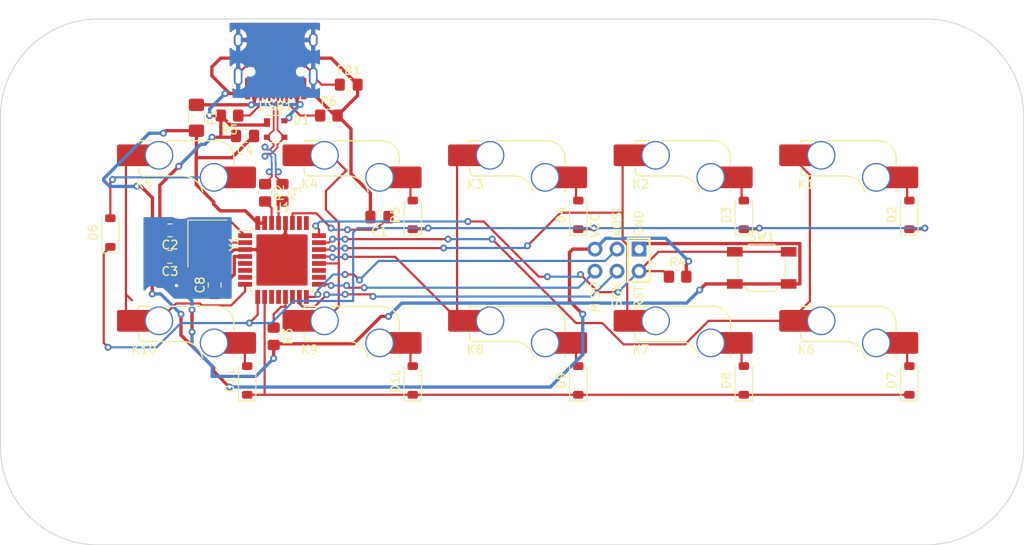
<source format=kicad_pcb>
(kicad_pcb (version 20221018) (generator pcbnew)
  (layers (0 "F.Cu" signal) (31 "B.Cu" signal) (34 "B.Paste" user) (35 "F.Paste" user) (36 "B.SilkS" user "B.Silkscreen") (37 "F.SilkS" user "F.Silkscreen") (38 "B.Mask" user) (39 "F.Mask" user) (44 "Edge.Cuts" user))
  (net 0 "")
  (net 1 "Net-(U1-UCAP)")
  (net 2 "GND")
  (net 3 "XTAL1")
  (net 4 "XTAL2")
  (net 5 "+5V")
  (net 6 "D+")
  (net 7 "D-")
  (net 8 "VCC")
  (net 9 "ROW1")
  (net 10 "Net-(D2-A)")
  (net 11 "Net-(D3-A)")
  (net 12 "Net-(D4-A)")
  (net 13 "Net-(D5-A)")
  (net 14 "Net-(D6-A)")
  (net 15 "ROW2")
  (net 16 "Net-(D7-A)")
  (net 17 "Net-(D8-A)")
  (net 18 "Net-(D9-A)")
  (net 19 "Net-(D10-A)")
  (net 20 "Net-(D11-A)")
  (net 21 "Earth")
  (net 22 "MISO")
  (net 23 "SCK")
  (net 24 "MOSI")
  (net 25 "RESET")
  (net 26 "COL1")
  (net 27 "COL2")
  (net 28 "COL3")
  (net 29 "COL4")
  (net 30 "COL5")
  (net 31 "Net-(U1-D+)")
  (net 32 "Net-(U1-D-)")
  (net 33 "Net-(U1-~{HWB}{slash}PD7)")
  (net 34 "Net-(USB1-CC2)")
  (net 35 "Net-(USB1-CC1)")
  (footprint "Crystal:Crystal_SMD_3225-4Pin_3.2x2.5mm_HandSoldering" (layer "F.Cu") (at 122.571968 66.833968 -90)
    (fp_text reference "Y1")
    (fp_text value "Crystal_GND24_Small")
  )
  (footprint "marbastlib-mx:SW_MX_HS_CPG151101S11_1u" (layer "F.Cu") (at 195.723968 80.803968)
    (fp_text reference "K6")
    (fp_text value "SW_Push")
  )
  (footprint "Diode_SMD:D_SOD-123" (layer "F.Cu") (at 203.343968 82.581968 90)
    (fp_text reference "D7")
    (fp_text value "D")
  )
  (footprint "Diode_SMD:D_SOD-123" (layer "F.Cu") (at 165.243968 63.531968 90)
    (fp_text reference "D4")
    (fp_text value "D")
  )
  (footprint "Type-C:HRO-TYPE-C-31-M-12-HandSoldering" (layer "F.Cu") (at 130.424568 40.804068 180)
    (fp_text reference "USB1")
    (fp_text value "HRO-TYPE-C-31-M-12")
  )
  (footprint "marbastlib-mx:SW_MX_HS_CPG151101S11_1u" (layer "F.Cu") (at 119.523968 61.753968)
    (fp_text reference "K5")
    (fp_text value "SW_Push")
  )
  (footprint "Inductor_SMD:L_0805_2012Metric_Pad1.15x1.40mm_HandSolder" (layer "F.Cu") (at 138.827968 48.545968)
    (fp_text reference "FB1")
    (fp_text value "FerriteBead_Small")
  )
  (footprint "marbastlib-mx:SW_MX_HS_CPG151101S11_1u" (layer "F.Cu") (at 157.623968 80.803968)
    (fp_text reference "K8")
    (fp_text value "SW_Push")
  )
  (footprint "Capacitor_SMD:C_0805_2012Metric_Pad1.18x1.45mm_HandSolder" (layer "F.Cu") (at 118.253968 65.309968 180)
    (fp_text reference "C2")
    (fp_text value "22p")
  )
  (footprint "Diode_SMD:D_SOD-123" (layer "F.Cu") (at 165.243968 82.581968 90)
    (fp_text reference "D9")
    (fp_text value "D")
  )
  (footprint "Diode_SMD:D_SOD-123" (layer "F.Cu") (at 146.193968 82.581968 90)
    (fp_text reference "D10")
    (fp_text value "D")
  )
  (footprint "Capacitor_SMD:C_0805_2012Metric_Pad1.18x1.45mm_HandSolder" (layer "F.Cu") (at 123.4 71.6 90)
    (fp_text reference "C8")
    (fp_text value "0.1u")
  )
  (footprint "Button_Switch_SMD:SW_SPST_SKQG_WithStem" (layer "F.Cu") (at 186.351368 69.627968)
    (fp_text reference "SW1")
    (fp_text value "SW_Push")
  )
  (footprint "Resistor_SMD:R_0805_2012Metric_Pad1.20x1.40mm_HandSolder" (layer "F.Cu") (at 129.201368 60.991968 -90)
    (fp_text reference "R2")
    (fp_text value "22")
  )
  (footprint "Resistor_SMD:R_0805_2012Metric_Pad1.20x1.40mm_HandSolder" (layer "F.Cu") (at 131.207968 60.991968 -90)
    (fp_text reference "R1")
    (fp_text value "22")
  )
  (footprint "marbastlib-mx:SW_MX_HS_CPG151101S11_1u" (layer "F.Cu") (at 176.673968 61.753968)
    (fp_text reference "K2")
    (fp_text value "SW_Push")
  )
  (footprint "Resistor_SMD:R_0805_2012Metric_Pad1.20x1.40mm_HandSolder" (layer "F.Cu") (at 130.191968 77.501968 -90)
    (fp_text reference "R3")
    (fp_text value "10k")
  )
  (footprint "Diode_SMD:D_SOD-123" (layer "F.Cu") (at 146.193968 63.531968 90)
    (fp_text reference "D5")
    (fp_text value "D")
  )
  (footprint "Package_QFP:TQFP-32_7x7mm_P0.8mm" (layer "F.Cu") (at 131.150768 68.721768)
    (fp_text reference "U1")
    (fp_text value "ATmega16U2-A")
  )
  (footprint "marbastlib-mx:SW_MX_HS_CPG151101S11_1u" (layer "F.Cu") (at 119.523968 80.803968)
    (fp_text reference "K10")
    (fp_text value "SW_Push")
  )
  (footprint "marbastlib-mx:SW_MX_HS_CPG151101S11_1u" (layer "F.Cu") (at 176.673968 80.803968)
    (fp_text reference "K7")
    (fp_text value "SW_Push")
  )
  (footprint "Diode_SMD:D_SOD-123" (layer "F.Cu") (at 111.395968 65.563968 90)
    (fp_text reference "D6")
    (fp_text value "D")
  )
  (footprint "Capacitor_SMD:C_0805_2012Metric_Pad1.18x1.45mm_HandSolder" (layer "F.Cu") (at 126.9 54.45 180)
    (fp_text reference "C4")
    (fp_text value "10u")
  )
  (footprint "Resistor_SMD:R_0805_2012Metric_Pad1.20x1.40mm_HandSolder" (layer "F.Cu") (at 176.673968 70.643968)
    (fp_text reference "R4")
    (fp_text value "10k")
  )
  (footprint "marbastlib-mx:SW_MX_HS_CPG151101S11_1u" (layer "F.Cu") (at 195.723968 61.753968)
    (fp_text reference "K1")
    (fp_text value "SW_Push")
  )
  (footprint "marbastlib-mx:SW_MX_HS_CPG151101S11_1u" (layer "F.Cu") (at 157.623968 61.753968)
    (fp_text reference "K3")
    (fp_text value "SW_Push")
  )
  (footprint "Package_TO_SOT_SMD:SOT-143" (layer "F.Cu") (at 130.416568 53.654568)
    (fp_text reference "D1")
    (fp_text value "PRTR5V0U2X")
  )
  (footprint "marbastlib-mx:SW_MX_HS_CPG151101S11_1u" (layer "F.Cu") (at 138.573968 80.803968)
    (fp_text reference "K9")
    (fp_text value "SW_Push")
  )
  (footprint "marbastlib-mx:SW_MX_HS_CPG151101S11_1u" (layer "F.Cu") (at 138.573968 61.753968)
    (fp_text reference "K4")
    (fp_text value "SW_Push")
  )
  (footprint "random-keyboard-parts:Reset_Pretty-Mask" (layer "F.Cu") (at 169.700468 68.738968 90)
    (fp_text reference "J1")
    (fp_text value "AVR-ISP-6")
  )
  (footprint "Diode_SMD:D_SOD-123" (layer "F.Cu") (at 184.293968 82.581968 90)
    (fp_text reference "D8")
    (fp_text value "D")
  )
  (footprint "Capacitor_SMD:C_0805_2012Metric_Pad1.18x1.45mm_HandSolder" (layer "F.Cu") (at 118.253968 68.357968 180)
    (fp_text reference "C3")
    (fp_text value "22p")
  )
  (footprint "Capacitor_SMD:C_0805_2012Metric_Pad1.18x1.45mm_HandSolder" (layer "F.Cu") (at 142.362468 63.785968 180)
    (fp_text reference "C1")
    (fp_text value "1u")
  )
  (footprint "Diode_SMD:D_SOD-123" (layer "F.Cu") (at 203.343968 63.531968 90)
    (fp_text reference "D2")
    (fp_text value "D")
  )
  (footprint "Fuse:Fuse_1206_3216Metric_Pad1.42x1.75mm_HandSolder" (layer "F.Cu") (at 121.301968 52.355968 -90)
    (fp_text reference "F1")
    (fp_text value "500m")
  )
  (footprint "Diode_SMD:D_SOD-123" (layer "F.Cu") (at 127.143968 82.581968 90)
    (fp_text reference "D11")
    (fp_text value "D")
  )
  (footprint "Resistor_SMD:R_0805_2012Metric_Pad1.20x1.40mm_HandSolder" (layer "F.Cu") (at 136.541968 52.101968)
    (fp_text reference "R6")
    (fp_text value "5.1k")
  )
  (footprint "Diode_SMD:D_SOD-123" (layer "F.Cu") (at 184.293968 63.531968 90)
    (fp_text reference "D3")
    (fp_text value "D")
  )
  (footprint "Resistor_SMD:R_0805_2012Metric_Pad1.20x1.40mm_HandSolder" (layer "F.Cu") (at 125.111968 52.101968 180)
    (fp_text reference "R5")
    (fp_text value "5.1k")
  )
  (gr_arc (start 205.25 41) (mid 213.204951 44.295049) (end 216.5 52.25) (stroke (width 0.1)) (layer "Edge.Cuts"))
  (gr_line (start 126 41) (end 205.25 41) (stroke (width 0.1)) (layer "Edge.Cuts"))
  (gr_line (start 110 101.5) (end 205.25 101.5) (stroke (width 0.1)) (layer "Edge.Cuts"))
  (gr_arc (start 110 101.5) (mid 102.045049 98.204951) (end 98.75 90.25) (stroke (width 0.1)) (layer "Edge.Cuts"))
  (gr_line (start 126 41) (end 110 41) (stroke (width 0.1)) (layer "Edge.Cuts"))
  (gr_arc (start 98.75 52.25) (mid 102.045049 44.295049) (end 110 41) (stroke (width 0.1)) (layer "Edge.Cuts"))
  (gr_line (start 216.5 52.25) (end 216.5 90.25) (stroke (width 0.1)) (layer "Edge.Cuts"))
  (gr_arc (start 216.5 90.25) (mid 213.204951 98.204951) (end 205.25 101.5) (stroke (width 0.1)) (layer "Edge.Cuts"))
  (gr_line (start 98.75 52.25) (end 98.75 90.25) (stroke (width 0.1)) (layer "Edge.Cuts"))
  (segment (start 132.350768 63.421768) (end 132.350768 64.471768) (width 0.25) (layer "F.Cu") (net 1))
  (segment (start 135.086768 63.346768) (end 132.425768 63.346768) (width 0.25) (layer "F.Cu") (net 1))
  (segment (start 132.425768 63.346768) (end 132.350768 63.421768) (width 0.25) (layer "F.Cu") (net 1))
  (segment (start 143.399968 63.785968) (end 141.945974 65.239962) (width 0.25) (layer "F.Cu") (net 1))
  (segment (start 136.795968 65.055968) (end 135.086768 63.346768) (width 0.25) (layer "F.Cu") (net 1))
  (segment (start 141.945974 65.239962) (end 138.687955 65.239962) (width 0.25) (layer "F.Cu") (net 1))
  (via (at 136.795968 65.055968) (size 0.8) (drill 0.4) (layers "F.Cu" "B.Cu") (net 1))
  (via (at 138.687955 65.239962) (size 0.8) (drill 0.4) (layers "F.Cu" "B.Cu") (net 1))
  (segment (start 136.979962 65.239962) (end 136.795968 65.055968) (width 0.25) (layer "B.Cu") (net 1))
  (segment (start 138.687955 65.239962) (end 136.979962 65.239962) (width 0.25) (layer "B.Cu") (net 1))
  (segment (start 119.226968 70.368468) (end 123.587968 70.368468) (width 0.381) (layer "F.Cu") (net 2))
  (segment (start 121.421968 67.983968) (end 121.421968 68.283968) (width 0.381) (layer "F.Cu") (net 2))
  (segment (start 136.804968 45.497968) (end 124.095968 45.497968) (width 0.381) (layer "F.Cu") (net 2))
  (segment (start 190.732368 71.477968) (end 190.741868 71.468468) (width 0.381) (layer "F.Cu") (net 2))
  (segment (start 124.095968 45.497968) (end 123.079968 46.513968) (width 0.381) (layer "F.Cu") (net 2))
  (segment (start 126.636668 49.561968) (end 127.199568 48.999068) (width 0.381) (layer "F.Cu") (net 2))
  (segment (start 129.128668 53.192468) (end 125.202468 53.192468) (width 0.381) (layer "F.Cu") (net 2))
  (segment (start 134.1518 48.999068) (end 133.649568 48.999068) (width 0.381) (layer "F.Cu") (net 2))
  (segment (start 117.216468 68.357968) (end 119.226968 70.368468) (width 0.381) (layer "F.Cu") (net 2))
  (segment (start 125.202468 53.192468) (end 124.111968 52.101968) (width 0.381) (layer "F.Cu") (net 2))
  (segment (start 137.2547 52.101968) (end 134.1518 48.999068) (width 0.381) (layer "F.Cu") (net 2))
  (segment (start 126.900768 67.521768) (end 129.681768 67.521768) (width 0.381) (layer "F.Cu") (net 2))
  (segment (start 118.253968 66.833968) (end 117.216468 67.871468) (width 0.381) (layer "F.Cu") (net 2))
  (segment (start 125.873968 49.561968) (end 126.636668 49.561968) (width 0.381) (layer "F.Cu") (net 2))
  (segment (start 129.681768 67.521768) (end 131.550768 65.652768) (width 0.381) (layer "F.Cu") (net 2))
  (segment (start 125.012468 69.724468) (end 124.368468 70.368468) (width 0.381) (layer "F.Cu") (net 2))
  (segment (start 120.793968 76.993968) (end 120.793968 74.453968) (width 0.381) (layer "F.Cu") (net 2))
  (segment (start 130.191968 78.501968) (end 130.324368 78.369568) (width 0.381) (layer "F.Cu") (net 2))
  (segment (start 190.738368 66.833968) (end 172.875468 66.833968) (width 0.381) (layer "F.Cu") (net 2))
  (segment (start 139.852968 49.790968) (end 137.541968 52.101968) (width 0.381) (layer "F.Cu") (net 2))
  (segment (start 172.875468 66.833968) (end 172.240468 67.468968) (width 0.381) (layer "F.Cu") (net 2))
  (segment (start 124.368468 70.368468) (end 123.587968 70.368468) (width 0.381) (layer "F.Cu") (net 2))
  (segment (start 123.079968 46.513968) (end 123.079968 47.529968) (width 0.381) (layer "F.Cu") (net 2))
  (segment (start 190.741868 71.468468) (end 190.741868 66.837468) (width 0.381) (layer "F.Cu") (net 2))
  (segment (start 139.852968 48.545968) (end 136.804968 45.497968) (width 0.381) (layer "F.Cu") (net 2))
  (segment (start 179.903968 71.477968) (end 183.251368 71.477968) (width 0.381) (layer "F.Cu") (net 2))
  (segment (start 189.451368 71.477968) (end 190.732368 71.477968) (width 0.381) (layer "F.Cu") (net 2))
  (segment (start 117.216468 65.796468) (end 118.253968 66.833968) (width 0.381) (layer "F.Cu") (net 2))
  (segment (start 141.324968 63.785968) (end 141.324968 61.040671) (width 0.381) (layer "F.Cu") (net 2))
  (segment (start 117.216468 65.309968) (end 117.216468 65.796468) (width 0.381) (layer "F.Cu") (net 2))
  (segment (start 141.324968 61.040671) (end 139.089468 58.805171) (width 0.381) (layer "F.Cu") (net 2))
  (segment (start 117.089568 65.183068) (end 117.216468 65.309968) (width 0.381) (layer "F.Cu") (net 2))
  (segment (start 130.191968 78.501968) (end 130.191968 80.041968) (width 0.381) (layer "F.Cu") (net 2))
  (segment (start 130.324368 78.369568) (end 139.392665 78.369568) (width 0.381) (layer "F.Cu") (net 2))
  (segment (start 125.6625 54.6) (end 125.7625 54.5) (width 0.381) (layer "F.Cu") (net 2))
  (segment (start 123.079968 47.529968) (end 125.111968 49.561968) (width 0.381) (layer "F.Cu") (net 2))
  (segment (start 137.541968 52.101968) (end 137.2547 52.101968) (width 0.381) (layer "F.Cu") (net 2))
  (segment (start 131.550768 65.652768) (end 131.550768 64.471768) (width 0.381) (layer "F.Cu") (net 2))
  (segment (start 125.012468 68.103968) (end 125.012468 69.724468) (width 0.381) (layer "F.Cu") (net 2))
  (segment (start 124.603968 49.561968) (end 125.873968 49.561968) (width 0.381) (layer "F.Cu") (net 2))
  (segment (start 126.900768 67.521768) (end 125.594668 67.521768) (width 0.381) (layer "F.Cu") (net 2))
  (segment (start 123.1 54.6) (end 124.05 54.6) (width 0.381) (layer "F.Cu") (net 2))
  (segment (start 123.721968 65.683968) (end 121.421968 67.983968) (width 0.381) (layer "F.Cu") (net 2))
  (segment (start 119.015968 71.659968) (end 119.015968 70.579468) (width 0.381) (layer "F.Cu") (net 2))
  (segment (start 139.392665 78.369568) (end 142.546265 75.215968) (width 0.381) (layer "F.Cu") (net 2))
  (segment (start 119.015968 70.579468) (end 119.226968 70.368468) (width 0.381) (layer "F.Cu") (net 2))
  (segment (start 139.089468 58.805171) (end 139.089468 53.649468) (width 0.381) (layer "F.Cu") (net 2))
  (segment (start 190.741868 66.837468) (end 190.738368 66.833968) (width 0.381) (layer "F.Cu") (net 2))
  (segment (start 124.111968 52.101968) (end 124.111968 54.538032) (width 0.381) (layer "F.Cu") (net 2))
  (segment (start 117.216468 67.871468) (end 117.216468 68.357968) (width 0.381) (layer "F.Cu") (net 2))
  (segment (start 139.852968 48.545968) (end 139.852968 49.790968) (width 0.381) (layer "F.Cu") (net 2))
  (segment (start 119.971968 66.833968) (end 118.253968 66.833968) (width 0.381) (layer "F.Cu") (net 2))
  (segment (start 129.416568 52.904568) (end 129.128668 53.192468) (width 0.381) (layer "F.Cu") (net 2))
  (segment (start 183.251368 71.477968) (end 189.451368 71.477968) (width 0.381) (layer "F.Cu") (net 2))
  (segment (start 124.111968 54.538032) (end 124.05 54.6) (width 0.381) (layer "F.Cu") (net 2))
  (segment (start 142.546265 75.215968) (end 143.399968 75.215968) (width 0.381) (layer "F.Cu") (net 2))
  (segment (start 125.594668 67.521768) (end 125.012468 68.103968) (width 0.381) (layer "F.Cu") (net 2))
  (segment (start 139.089468 53.649468) (end 137.541968 52.101968) (width 0.381) (layer "F.Cu") (net 2))
  (segment (start 117.089568 60.124368) (end 117.089568 65.183068) (width 0.381) (layer "F.Cu") (net 2))
  (segment (start 123.721968 65.383968) (end 123.721968 65.683968) (width 0.381) (layer "F.Cu") (net 2))
  (segment (start 119.269968 57.943968) (end 117.089568 60.124368) (width 0.381) (layer "F.Cu") (net 2))
  (segment (start 179.213968 72.167968) (end 179.903968 71.477968) (width 0.381) (layer "F.Cu") (net 2))
  (segment (start 124.05 54.6) (end 125.6625 54.6) (width 0.381) (layer "F.Cu") (net 2))
  (segment (start 125.111968 49.561968) (end 125.873968 49.561968) (width 0.381) (layer "F.Cu") (net 2))
  (segment (start 124.111968 52.101968) (end 122.825968 52.101968) (width 0.381) (layer "F.Cu") (net 2))
  (segment (start 121.421968 68.283968) (end 119.971968 66.833968) (width 0.381) (layer "F.Cu") (net 2))
  (via (at 143.399968 75.215968) (size 0.8) (drill 0.4) (layers "F.Cu" "B.Cu") (net 2))
  (via (at 179.213968 72.167968) (size 0.8) (drill 0.4) (layers "F.Cu" "B.Cu") (net 2))
  (via (at 119.015968 71.659968) (size 0.8) (drill 0.4) (layers "F.Cu" "B.Cu") (net 2))
  (via (at 120.793968 74.453968) (size 0.8) (drill 0.4) (layers "F.Cu" "B.Cu") (net 2))
  (via (at 122.825968 52.101968) (size 0.8) (drill 0.4) (layers "F.Cu" "B.Cu") (net 2))
  (via (at 123.1 54.6) (size 0.8) (drill 0.4) (layers "F.Cu" "B.Cu") (net 2))
  (via (at 119.269968 57.943968) (size 0.8) (drill 0.4) (layers "F.Cu" "B.Cu") (net 2))
  (via (at 124.603968 49.561968) (size 0.8) (drill 0.4) (layers "F.Cu" "B.Cu") (net 2))
  (via (at 120.793968 76.993968) (size 0.8) (drill 0.4) (layers "F.Cu" "B.Cu") (net 2))
  (via (at 130.191968 80.041968) (size 0.8) (drill 0.4) (layers "F.Cu" "B.Cu") (net 2))
  (segment (start 177.698468 73.683468) (end 179.213968 72.167968) (width 0.381) (layer "B.Cu") (net 2))
  (segment (start 122.317968 55.403968) (end 122.317968 55.382032) (width 0.381) (layer "B.Cu") (net 2))
  (segment (start 120.793968 73.437968) (end 119.015968 71.659968) (width 0.381) (layer "B.Cu") (net 2))
  (segment (start 130.191968 80.041968) (end 128.114468 82.119468) (width 0.381) (layer "B.Cu") (net 2))
  (segment (start 123.125468 80.941171) (end 120.793968 78.609671) (width 0.381) (layer "B.Cu") (net 2))
  (segment (start 128.114468 82.119468) (end 123.125468 82.119468) (width 0.381) (layer "B.Cu") (net 2))
  (segment (start 122.825968 52.101968) (end 122.825968 51.339968) (width 0.381) (layer "B.Cu") (net 2))
  (segment (start 143.399968 75.215968) (end 144.932468 73.683468) (width 0.381) (layer "B.Cu") (net 2))
  (segment (start 123.125468 82.119468) (end 123.125468 80.941171) (width 0.381) (layer "B.Cu") (net 2))
  (segment (start 122.825968 51.339968) (end 124.603968 49.561968) (width 0.381) (layer "B.Cu") (net 2))
  (segment (start 122.317968 55.403968) (end 121.809968 55.403968) (width 0.381) (layer "B.Cu") (net 2))
  (segment (start 120.793968 74.453968) (end 120.793968 73.437968) (width 0.381) (layer "B.Cu") (net 2))
  (segment (start 120.793968 78.609671) (end 120.793968 76.993968) (width 0.381) (layer "B.Cu") (net 2))
  (segment (start 121.809968 55.403968) (end 119.269968 57.943968) (width 0.381) (layer "B.Cu") (net 2))
  (segment (start 144.932468 73.683468) (end 177.698468 73.683468) (width 0.381) (layer "B.Cu") (net 2))
  (segment (start 122.317968 55.382032) (end 123.1 54.6) (width 0.381) (layer "B.Cu") (net 2))
  (segment (start 124.987968 64.008968) (end 126.900768 65.921768) (width 0.25) (layer "F.Cu") (net 3))
  (segment (start 122.646968 64.008968) (end 124.987968 64.008968) (width 0.25) (layer "F.Cu") (net 3))
  (segment (start 121.421968 65.383968) (end 121.421968 65.233968) (width 0.25) (layer "F.Cu") (net 3))
  (segment (start 121.421968 65.233968) (end 122.646968 64.008968) (width 0.25) (layer "F.Cu") (net 3))
  (segment (start 119.291468 65.309968) (end 121.347968 65.309968) (width 0.25) (layer "F.Cu") (net 3))
  (segment (start 121.347968 65.309968) (end 121.421968 65.383968) (width 0.25) (layer "F.Cu") (net 3))
  (segment (start 122.496968 69.658968) (end 123.721968 68.433968) (width 0.25) (layer "F.Cu") (net 4))
  (segment (start 125.284168 66.721768) (end 126.900768 66.721768) (width 0.25) (layer "F.Cu") (net 4))
  (segment (start 119.291468 68.357968) (end 119.291468 69.082968) (width 0.25) (layer "F.Cu") (net 4))
  (segment (start 123.721968 68.283968) (end 125.284168 66.721768) (width 0.25) (layer "F.Cu") (net 4))
  (segment (start 119.867468 69.658968) (end 122.496968 69.658968) (width 0.25) (layer "F.Cu") (net 4))
  (segment (start 119.291468 69.082968) (end 119.867468 69.658968) (width 0.25) (layer "F.Cu") (net 4))
  (segment (start 123.721968 68.433968) (end 123.721968 68.283968) (width 0.25) (layer "F.Cu") (net 4))
  (segment (start 117.782468 53.843468) (end 121.301968 53.843468) (width 0.381) (layer "F.Cu") (net 5))
  (segment (start 123.288468 81.520468) (end 125.111968 83.343968) (width 0.381) (layer "F.Cu") (net 5))
  (segment (start 121.280468 56.419968) (end 121.280468 56.95) (width 0.381) (layer "F.Cu") (net 5))
  (segment (start 114.901117 60.229468) (end 114.443968 60.229468) (width 0.381) (layer "F.Cu") (net 5))
  (segment (start 116.238468 70.000404) (end 116.221968 70.016904) (width 0.381) (layer "F.Cu") (net 5))
  (segment (start 127.8375 54.5) (end 125.3875 56.95) (width 0.381) (layer "F.Cu") (net 5))
  (segment (start 126.948468 63.069468) (end 128.350768 64.471768) (width 0.381) (layer "F.Cu") (net 5))
  (segment (start 125.656168 70.375268) (end 123.587968 72.443468) (width 0.381) (layer "F.Cu") (net 5))
  (segment (start 177.673968 69.135968) (end 177.943968 68.865968) (width 0.381) (layer "F.Cu") (net 5))
  (segment (start 118.688532 72.450468) (end 116.238468 70.000404) (width 0.381) (layer "F.Cu") (net 5))
  (segment (start 123.587968 72.443468) (end 123.580968 72.450468) (width 0.381) (layer "F.Cu") (net 5))
  (segment (start 117.491968 54.133968) (end 117.782468 53.843468) (width 0.381) (layer "F.Cu") (net 5))
  (segment (start 121.280468 56.95) (end 121.280468 60.046171) (width 0.381) (layer "F.Cu") (net 5))
  (segment (start 125.656168 68.321768) (end 125.656168 70.375268) (width 0.381) (layer "F.Cu") (net 5))
  (segment (start 123.288468 62.054171) (end 123.288468 62.298866) (width 0.381) (layer "F.Cu") (net 5))
  (segment (start 164.227968 67.849968) (end 164.608968 67.468968) (width 0.381) (layer "F.Cu") (net 5))
  (segment (start 121.280468 60.046171) (end 123.288468 62.054171) (width 0.381) (layer "F.Cu") (net 5))
  (segment (start 116.221968 70.016904) (end 116.221968 72.631468) (width 0.381) (layer "F.Cu") (net 5))
  (segment (start 164.608968 67.468968) (end 167.160468 67.468968) (width 0.381) (layer "F.Cu") (net 5))
  (segment (start 121.301968 53.843468) (end 121.301968 56.398468) (width 0.381) (layer "F.Cu") (net 5))
  (segment (start 125.3875 56.95) (end 121.280468 56.95) (width 0.381) (layer "F.Cu") (net 5))
  (segment (start 123.580968 72.450468) (end 118.688532 72.450468) (width 0.381) (layer "F.Cu") (net 5))
  (segment (start 123.288468 81.125707) (end 123.288468 81.520468) (width 0.381) (layer "F.Cu") (net 5))
  (segment (start 124.05907 63.069468) (end 126.948468 63.069468) (width 0.381) (layer "F.Cu") (net 5))
  (segment (start 126.900768 68.321768) (end 125.656168 68.321768) (width 0.381) (layer "F.Cu") (net 5))
  (segment (start 119.523968 77.361207) (end 123.288468 81.125707) (width 0.381) (layer "F.Cu") (net 5))
  (segment (start 116.238468 61.566819) (end 114.901117 60.229468) (width 0.381) (layer "F.Cu") (net 5))
  (segment (start 123.288468 62.298866) (end 124.05907 63.069468) (width 0.381) (layer "F.Cu") (net 5))
  (segment (start 116.238468 70.000404) (end 116.238468 61.566819) (width 0.381) (layer "F.Cu") (net 5))
  (segment (start 165.751968 74.961968) (end 164.227968 73.437968) (width 0.381) (layer "F.Cu") (net 5))
  (segment (start 121.301968 56.398468) (end 121.280468 56.419968) (width 0.381) (layer "F.Cu") (net 5))
  (segment (start 128.350768 64.471768) (end 129.150768 64.471768) (width 0.381) (layer "F.Cu") (net 5))
  (segment (start 164.227968 73.437968) (end 164.227968 67.849968) (width 0.381) (layer "F.Cu") (net 5))
  (segment (start 177.673968 70.643968) (end 177.673968 69.135968) (width 0.381) (layer "F.Cu") (net 5))
  (segment (start 119.523968 74.961968) (end 119.523968 77.361207) (width 0.381) (layer "F.Cu") (net 5))
  (via (at 125.111968 83.343968) (size 0.8) (drill 0.4) (layers "F.Cu" "B.Cu") (net 5))
  (via (at 165.751968 74.961968) (size 0.8) (drill 0.4) (layers "F.Cu" "B.Cu") (net 5))
  (via (at 114.443968 60.229468) (size 0.8) (drill 0.4) (layers "F.Cu" "B.Cu") (net 5))
  (via (at 116.221968 72.631468) (size 0.8) (drill 0.4) (layers "F.Cu" "B.Cu") (net 5))
  (via (at 119.523968 74.961968) (size 0.8) (drill 0.4) (layers "F.Cu" "B.Cu") (net 5))
  (via (at 117.491968 54.133968) (size 0.8) (drill 0.4) (layers "F.Cu" "B.Cu") (net 5))
  (via (at 177.943968 68.865968) (size 0.8) (drill 0.4) (layers "F.Cu" "B.Cu") (net 5))
  (segment (start 114.443968 60.229468) (end 114.414968 60.258468) (width 0.381) (layer "B.Cu") (net 5))
  (segment (start 162.024366 83.343968) (end 165.751968 79.616366) (width 0.381) (layer "B.Cu") (net 5))
  (segment (start 117.193468 72.631468) (end 119.523968 74.961968) (width 0.381) (layer "B.Cu") (net 5))
  (segment (start 110.633968 59.569904) (end 110.633968 59.366032) (width 0.381) (layer "B.Cu") (net 5))
  (segment (start 125.111968 83.343968) (end 162.024366 83.343968) (width 0.381) (layer "B.Cu") (net 5))
  (segment (start 116.221968 72.631468) (end 117.193468 72.631468) (width 0.381) (layer "B.Cu") (net 5))
  (segment (start 177.943968 68.865968) (end 175.306468 66.228468) (width 0.381) (layer "B.Cu") (net 5))
  (segment (start 111.322532 60.258468) (end 110.633968 59.569904) (width 0.381) (layer "B.Cu") (net 5))
  (segment (start 175.306468 66.228468) (end 168.400968 66.228468) (width 0.381) (layer "B.Cu") (net 5))
  (segment (start 115.866032 54.133968) (end 117.491968 54.133968) (width 0.381) (layer "B.Cu") (net 5))
  (segment (start 168.400968 66.228468) (end 167.160468 67.468968) (width 0.381) (layer "B.Cu") (net 5))
  (segment (start 110.633968 59.366032) (end 115.866032 54.133968) (width 0.381) (layer "B.Cu") (net 5))
  (segment (start 114.414968 60.258468) (end 111.322532 60.258468) (width 0.381) (layer "B.Cu") (net 5))
  (segment (start 165.751968 79.616366) (end 165.751968 74.961968) (width 0.381) (layer "B.Cu") (net 5))
  (segment (start 131.207968 59.891968) (end 130.429669 59.113667) (width 0.2) (layer "F.Cu") (net 6))
  (segment (start 130.695568 50.364968) (end 130.695568 49.522168) (width 0.2) (layer "F.Cu") (net 6))
  (segment (start 129.494765 56.032572) (end 129.194766 55.732573) (width 0.2) (layer "F.Cu") (net 6))
  (segment (start 129.416568 54.654568) (end 130.191568 55.429568) (width 0.2) (layer "F.Cu") (net 6))
  (segment (start 130.429669 58.879292) (end 130.729668 58.579293) (width 0.2) (layer "F.Cu") (net 6))
  (segment (start 130.674568 50.074068) (end 130.674568 48.999068) (width 0.2) (layer "F.Cu") (net 6))
  (segment (start 130.191568 50.868968) (end 130.695568 50.364968) (width 0.2) (layer "F.Cu") (net 6))
  (segment (start 130.191568 55.429568) (end 130.191568 55.594168) (width 0.2) (layer "F.Cu") (net 6))
  (segment (start 130.191568 55.594168) (end 129.753164 56.032572) (width 0.2) (layer "F.Cu") (net 6))
  (segment (start 130.191568 53.779568) (end 130.191568 50.868968) (width 0.2) (layer "F.Cu") (net 6))
  (segment (start 130.429669 59.113667) (end 130.429669 58.879292) (width 0.2) (layer "F.Cu") (net 6))
  (segment (start 129.674568 50.343968) (end 129.670568 50.347968) (width 0.2) (layer "F.Cu") (net 6))
  (segment (start 129.416568 54.554568) (end 130.191568 53.779568) (width 0.2) (layer "F.Cu") (net 6))
  (segment (start 130.695568 49.522168) (end 130.670568 49.497168) (width 0.2) (layer "F.Cu") (net 6))
  (segment (start 129.753164 56.032572) (end 129.494765 56.032572) (width 0.2) (layer "F.Cu") (net 6))
  (segment (start 129.674568 48.999068) (end 129.674568 50.343968) (width 0.2) (layer "F.Cu") (net 6))
  (segment (start 129.416568 54.604568) (end 129.416568 54.554568) (width 0.2) (layer "F.Cu") (net 6))
  (segment (start 131.207968 59.991968) (end 131.207968 59.891968) (width 0.2) (layer "F.Cu") (net 6))
  (segment (start 129.670568 50.347968) (end 130.191568 50.868968) (width 0.2) (layer "F.Cu") (net 6))
  (segment (start 129.416568 54.604568) (end 129.416568 54.654568) (width 0.2) (layer "F.Cu") (net 6))
  (via (at 129.194766 55.732573) (size 0.8) (drill 0.4) (layers "F.Cu" "B.Cu") (net 6))
  (via (at 130.729668 58.579293) (size 0.8) (drill 0.4) (layers "F.Cu" "B.Cu") (net 6))
  (segment (start 130.401087 56.648774) (end 130.401087 57.415712) (width 0.2) (layer "B.Cu") (net 6))
  (segment (start 129.494765 56.032572) (end 129.784885 56.032572) (width 0.2) (layer "B.Cu") (net 6))
  (segment (start 130.729668 58.579293) (end 130.429669 58.279294) (width 0.2) (layer "B.Cu") (net 6))
  (segment (start 129.784885 56.032572) (end 130.401087 56.648774) (width 0.2) (layer "B.Cu") (net 6))
  (segment (start 130.429669 58.279294) (end 130.429669 57.444294) (width 0.2) (layer "B.Cu") (net 6))
  (segment (start 129.194766 55.732573) (end 129.494765 56.032572) (width 0.2) (layer "B.Cu") (net 6))
  (segment (start 130.429669 57.444294) (end 130.401087 57.415712) (width 0.2) (layer "B.Cu") (net 6))
  (segment (start 130.641568 55.429568) (end 130.641568 55.780568) (width 0.2) (layer "F.Cu") (net 7))
  (segment (start 131.174568 50.074068) (end 131.174568 48.999068) (width 0.2) (layer "F.Cu") (net 7))
  (segment (start 129.201368 59.991968) (end 129.201368 59.891968) (width 0.2) (layer "F.Cu") (net 7))
  (segment (start 131.145568 49.522168) (end 131.170568 49.497168) (width 0.2) (layer "F.Cu") (net 7))
  (segment (start 130.641568 55.780568) (end 129.939562 56.482574) (width 0.2) (layer "F.Cu") (net 7))
  (segment (start 131.416568 54.654568) (end 130.641568 55.429568) (width 0.2) (layer "F.Cu") (net 7))
  (segment (start 130.224568 47.474068) (end 131.124568 47.474068) (width 0.2) (layer "F.Cu") (net 7))
  (segment (start 131.416568 54.604568) (end 131.416568 54.554568) (width 0.2) (layer "F.Cu") (net 7))
  (segment (start 131.174568 47.524068) (end 131.174568 48.999068) (width 0.2) (layer "F.Cu") (net 7))
  (segment (start 131.416568 54.604568) (end 131.416568 54.654568) (width 0.2) (layer "F.Cu") (net 7))
  (segment (start 130.174568 47.524068) (end 130.224568 47.474068) (width 0.2) (layer "F.Cu") (net 7))
  (segment (start 131.416568 54.554568) (end 130.641568 53.779568) (width 0.2) (layer "F.Cu") (net 7))
  (segment (start 129.201368 59.891968) (end 129.979667 59.113667) (width 0.2) (layer "F.Cu") (net 7))
  (segment (start 129.939562 56.482574) (end 129.494765 56.482574) (width 0.2) (layer "F.Cu") (net 7))
  (segment (start 129.979667 59.113667) (end 129.979667 58.879292) (width 0.2) (layer "F.Cu") (net 7))
  (segment (start 129.494765 56.482574) (end 129.194766 56.782573) (width 0.2) (layer "F.Cu") (net 7))
  (segment (start 130.641568 51.055368) (end 131.145568 50.551368) (width 0.2) (layer "F.Cu") (net 7))
  (segment (start 130.174568 48.999068) (end 130.174568 47.524068) (width 0.2) (layer "F.Cu") (net 7))
  (segment (start 130.641568 53.779568) (end 130.641568 51.055368) (width 0.2) (layer "F.Cu") (net 7))
  (segment (start 131.124568 47.474068) (end 131.174568 47.524068) (width 0.2) (layer "F.Cu") (net 7))
  (segment (start 129.979667 58.879292) (end 129.679668 58.579293) (width 0.2) (layer "F.Cu") (net 7))
  (segment (start 131.145568 50.551368) (end 131.145568 49.522168) (width 0.2) (layer "F.Cu") (net 7))
  (via (at 129.679668 58.579293) (size 0.8) (drill 0.4) (layers "F.Cu" "B.Cu") (net 7))
  (via (at 129.194766 56.782573) (size 0.8) (drill 0.4) (layers "F.Cu" "B.Cu") (net 7))
  (segment (start 129.979667 58.279294) (end 129.979667 57.6165) (width 0.2) (layer "B.Cu") (net 7))
  (segment (start 129.679668 58.579293) (end 129.979667 58.279294) (width 0.2) (layer "B.Cu") (net 7))
  (segment (start 129.951085 57.587918) (end 129.951085 56.835172) (width 0.2) (layer "B.Cu") (net 7))
  (segment (start 129.979667 57.6165) (end 129.951085 57.587918) (width 0.2) (layer "B.Cu") (net 7))
  (segment (start 129.951085 56.835172) (end 129.598487 56.482574) (width 0.2) (layer "B.Cu") (net 7))
  (segment (start 129.598487 56.482574) (end 129.494765 56.482574) (width 0.2) (layer "B.Cu") (net 7))
  (segment (start 129.494765 56.482574) (end 129.194766 56.782573) (width 0.2) (layer "B.Cu") (net 7))
  (segment (start 127.974568 50.530068) (end 127.636168 50.868468) (width 0.381) (layer "F.Cu") (net 8))
  (segment (start 121.301968 50.868468) (end 127.636168 50.868468) (width 0.381) (layer "F.Cu") (net 8))
  (segment (start 127.974568 48.999068) (end 127.974568 50.530068) (width 0.381) (layer "F.Cu") (net 8))
  (segment (start 131.621368 52.704568) (end 131.969968 52.355968) (width 0.381) (layer "F.Cu") (net 8))
  (segment (start 132.874568 48.999068) (end 132.874568 50.466568) (width 0.381) (layer "F.Cu") (net 8))
  (segment (start 132.874568 50.466568) (end 133.239968 50.831968) (width 0.381) (layer "F.Cu") (net 8))
  (segment (start 131.416568 52.704568) (end 131.621368 52.704568) (width 0.381) (layer "F.Cu") (net 8))
  (via (at 131.969968 52.355968) (size 0.8) (drill 0.4) (layers "F.Cu" "B.Cu") (net 8))
  (via (at 133.239968 50.831968) (size 0.8) (drill 0.4) (layers "F.Cu" "B.Cu") (net 8))
  (via (at 127.636168 50.868468) (size 0.8) (drill 0.4) (layers "F.Cu" "B.Cu") (net 8))
  (segment (start 133.239968 50.831968) (end 127.672668 50.831968) (width 0.381) (layer "B.Cu") (net 8))
  (segment (start 127.672668 50.831968) (end 127.636168 50.868468) (width 0.381) (layer "B.Cu") (net 8))
  (segment (start 131.969968 52.355968) (end 131.969968 52.101968) (width 0.381) (layer "B.Cu") (net 8))
  (segment (start 131.969968 52.101968) (end 133.239968 50.831968) (width 0.381) (layer "B.Cu") (net 8))
  (segment (start 204.995968 65.181968) (end 205.121968 65.055968) (width 0.25) (layer "F.Cu") (net 9))
  (segment (start 110.633968 78.263968) (end 111.141968 78.771968) (width 0.25) (layer "F.Cu") (net 9))
  (segment (start 128.350768 72.971768) (end 128.350768 75.025168) (width 0.25) (layer "F.Cu") (net 9))
  (segment (start 128.350768 75.025168) (end 127.397968 75.977968) (width 0.25) (layer "F.Cu") (net 9))
  (segment (start 185.945968 65.181968) (end 186.071968 65.055968) (width 0.25) (layer "F.Cu") (net 9))
  (segment (start 111.395968 67.213968) (end 110.633968 67.975968) (width 0.25) (layer "F.Cu") (net 9))
  (segment (start 165.243968 65.181968) (end 166.895968 65.181968) (width 0.25) (layer "F.Cu") (net 9))
  (segment (start 147.845968 65.181968) (end 147.971968 65.055968) (width 0.25) (layer "F.Cu") (net 9))
  (segment (start 203.343968 65.181968) (end 204.995968 65.181968) (width 0.25) (layer "F.Cu") (net 9))
  (segment (start 166.895968 65.181968) (end 167.021968 65.055968) (width 0.25) (layer "F.Cu") (net 9))
  (segment (start 110.633968 67.975968) (end 110.633968 78.263968) (width 0.25) (layer "F.Cu") (net 9))
  (segment (start 146.193968 65.181968) (end 147.845968 65.181968) (width 0.25) (layer "F.Cu") (net 9))
  (segment (start 184.293968 65.181968) (end 185.945968 65.181968) (width 0.25) (layer "F.Cu") (net 9))
  (via (at 127.397968 75.977968) (size 0.8) (drill 0.4) (layers "F.Cu" "B.Cu") (net 9))
  (via (at 205.121968 65.055968) (size 0.8) (drill 0.4) (layers "F.Cu" "B.Cu") (net 9))
  (via (at 167.021968 65.055968) (size 0.8) (drill 0.4) (layers "F.Cu" "B.Cu") (net 9))
  (via (at 111.141968 78.771968) (size 0.8) (drill 0.4) (layers "F.Cu" "B.Cu") (net 9))
  (via (at 186.071968 65.055968) (size 0.8) (drill 0.4) (layers "F.Cu" "B.Cu") (net 9))
  (via (at 147.971968 65.055968) (size 0.8) (drill 0.4) (layers "F.Cu" "B.Cu") (net 9))
  (segment (start 116.72904 78.771968) (end 111.141968 78.771968) (width 0.25) (layer "B.Cu") (net 9))
  (segment (start 186.071968 65.055968) (end 167.021968 65.055968) (width 0.25) (layer "B.Cu") (net 9))
  (segment (start 139.335968 73.437968) (end 132.477968 73.437968) (width 0.25) (layer "B.Cu") (net 9))
  (segment (start 119.52304 75.977968) (end 116.72904 78.771968) (width 0.25) (layer "B.Cu") (net 9))
  (segment (start 147.971968 65.055968) (end 139.843968 65.055968) (width 0.25) (layer "B.Cu") (net 9))
  (segment (start 139.843968 65.055968) (end 139.335968 65.563968) (width 0.25) (layer "B.Cu") (net 9))
  (segment (start 132.477968 73.437968) (end 129.937968 75.977968) (width 0.25) (layer "B.Cu") (net 9))
  (segment (start 139.335968 65.563968) (end 139.335968 73.437968) (width 0.25) (layer "B.Cu") (net 9))
  (segment (start 205.121968 65.055968) (end 186.071968 65.055968) (width 0.25) (layer "B.Cu") (net 9))
  (segment (start 167.021968 65.055968) (end 147.971968 65.055968) (width 0.25) (layer "B.Cu") (net 9))
  (segment (start 129.937968 75.977968) (end 119.52304 75.977968) (width 0.25) (layer "B.Cu") (net 9))
  (segment (start 203.083968 61.621968) (end 203.343968 61.881968) (width 0.25) (layer "F.Cu") (net 10))
  (segment (start 203.083968 59.213968) (end 203.083968 61.621968) (width 0.25) (layer "F.Cu") (net 10))
  (segment (start 184.033968 61.621968) (end 184.293968 61.881968) (width 0.25) (layer "F.Cu") (net 11))
  (segment (start 184.033968 59.213968) (end 184.033968 61.621968) (width 0.25) (layer "F.Cu") (net 11))
  (segment (start 164.983968 61.621968) (end 165.243968 61.881968) (width 0.25) (layer "F.Cu") (net 12))
  (segment (start 164.983968 59.213968) (end 164.983968 61.621968) (width 0.25) (layer "F.Cu") (net 12))
  (segment (start 145.933968 59.213968) (end 145.933968 61.621968) (width 0.25) (layer "F.Cu") (net 13))
  (segment (start 145.933968 61.621968) (end 146.193968 61.881968) (width 0.25) (layer "F.Cu") (net 13))
  (segment (start 126.883968 59.213968) (end 126.712868 59.385068) (width 0.25) (layer "F.Cu") (net 14))
  (segment (start 111.395968 59.721968) (end 111.649968 59.467968) (width 0.25) (layer "F.Cu") (net 14))
  (segment (start 111.395968 63.913968) (end 111.395968 59.721968) (width 0.25) (layer "F.Cu") (net 14))
  (segment (start 126.712868 59.385068) (end 122.604068 59.385068) (width 0.25) (layer "F.Cu") (net 14))
  (via (at 111.649968 59.467968) (size 0.8) (drill 0.4) (layers "F.Cu" "B.Cu") (net 14))
  (segment (start 111.903968 59.213968) (end 123.333968 59.213968) (width 0.25) (layer "B.Cu") (net 14))
  (segment (start 111.649968 59.467968) (end 111.903968 59.213968) (width 0.25) (layer "B.Cu") (net 14))
  (segment (start 129.150768 84.206768) (end 129.175968 84.231968) (width 0.25) (layer "F.Cu") (net 15))
  (segment (start 129.175968 84.231968) (end 203.343968 84.231968) (width 0.25) (layer "F.Cu") (net 15))
  (segment (start 127.143968 84.231968) (end 129.175968 84.231968) (width 0.25) (layer "F.Cu") (net 15))
  (segment (start 129.150768 72.971768) (end 129.150768 84.206768) (width 0.25) (layer "F.Cu") (net 15))
  (segment (start 203.083968 78.263968) (end 203.083968 80.671968) (width 0.25) (layer "F.Cu") (net 16))
  (segment (start 203.083968 80.671968) (end 203.343968 80.931968) (width 0.25) (layer "F.Cu") (net 16))
  (segment (start 184.033968 80.671968) (end 184.293968 80.931968) (width 0.25) (layer "F.Cu") (net 17))
  (segment (start 184.033968 78.263968) (end 184.033968 80.671968) (width 0.25) (layer "F.Cu") (net 17))
  (segment (start 164.983968 78.263968) (end 164.983968 80.671968) (width 0.25) (layer "F.Cu") (net 18))
  (segment (start 164.983968 80.671968) (end 165.243968 80.931968) (width 0.25) (layer "F.Cu") (net 18))
  (segment (start 145.933968 78.263968) (end 145.933968 80.671968) (width 0.25) (layer "F.Cu") (net 19))
  (segment (start 145.933968 80.671968) (end 146.193968 80.931968) (width 0.25) (layer "F.Cu") (net 19))
  (segment (start 126.883968 78.263968) (end 126.883968 80.671968) (width 0.25) (layer "F.Cu") (net 20))
  (segment (start 126.883968 80.671968) (end 127.143968 80.931968) (width 0.25) (layer "F.Cu") (net 20))
  (segment (start 137.802968 48.545968) (end 135.706468 48.545968) (width 0.25) (layer "F.Cu") (net 21))
  (segment (start 133.814568 46.354068) (end 127.049868 46.354068) (width 0.25) (layer "F.Cu") (net 21))
  (segment (start 135.706468 48.545968) (end 134.744568 47.584068) (width 0.25) (layer "F.Cu") (net 21))
  (segment (start 134.744568 47.584068) (end 134.744568 47.284068) (width 0.25) (layer "F.Cu") (net 21))
  (segment (start 134.744568 47.284068) (end 133.814568 46.354068) (width 0.25) (layer "F.Cu") (net 21))
  (segment (start 126.104568 47.299368) (end 126.104568 47.584068) (width 0.25) (layer "F.Cu") (net 21))
  (segment (start 127.049868 46.354068) (end 126.104568 47.299368) (width 0.25) (layer "F.Cu") (net 21))
  (segment (start 134.744568 43.404068) (end 134.744568 47.584068) (width 0.25) (layer "B.Cu") (net 21))
  (segment (start 126.104568 43.404068) (end 134.744568 43.404068) (width 0.25) (layer "B.Cu") (net 21))
  (segment (start 126.104568 43.404068) (end 126.104568 47.584068) (width 0.25) (layer "B.Cu") (net 21))
  (segment (start 138.573968 71.659968) (end 138.827968 71.913968) (width 0.25) (layer "F.Cu") (net 22))
  (segment (start 138.827968 71.913968) (end 140.605968 71.913968) (width 0.25) (layer "F.Cu") (net 22))
  (segment (start 135.400768 71.521768) (end 136.657768 71.521768) (width 0.25) (layer "F.Cu") (net 22))
  (segment (start 136.657768 71.521768) (end 136.795968 71.659968) (width 0.25) (layer "F.Cu") (net 22))
  (via (at 140.605968 71.913968) (size 0.8) (drill 0.4) (layers "F.Cu" "B.Cu") (net 22))
  (via (at 138.573968 71.659968) (size 0.8) (drill 0.4) (layers "F.Cu" "B.Cu") (net 22))
  (via (at 136.795968 71.659968) (size 0.8) (drill 0.4) (layers "F.Cu" "B.Cu") (net 22))
  (segment (start 165.255468 71.913968) (end 167.160468 70.008968) (width 0.25) (layer "B.Cu") (net 22))
  (segment (start 136.795968 71.659968) (end 138.154468 71.659968) (width 0.25) (layer "B.Cu") (net 22))
  (segment (start 138.154468 71.659968) (end 138.573968 71.659968) (width 0.25) (layer "B.Cu") (net 22))
  (segment (start 140.605968 71.913968) (end 165.255468 71.913968) (width 0.25) (layer "B.Cu") (net 22))
  (segment (start 133.150768 73.745968) (end 133.501568 74.096768) (width 0.25) (layer "F.Cu") (net 23))
  (segment (start 133.501568 74.096768) (end 134.904668 74.096768) (width 0.25) (layer "F.Cu") (net 23))
  (segment (start 134.904668 74.096768) (end 136.287968 72.713468) (width 0.25) (layer "F.Cu") (net 23))
  (segment (start 133.150768 72.971768) (end 133.150768 73.745968) (width 0.25) (layer "F.Cu") (net 23))
  (segment (start 141.367968 72.675968) (end 141.621968 72.929968) (width 0.25) (layer "F.Cu") (net 23))
  (segment (start 138.408468 72.675968) (end 141.367968 72.675968) (width 0.25) (layer "F.Cu") (net 23))
  (via (at 141.621968 72.929968) (size 0.8) (drill 0.4) (layers "F.Cu" "B.Cu") (net 23))
  (via (at 136.287968 72.713468) (size 0.8) (drill 0.4) (layers "F.Cu" "B.Cu") (net 23))
  (via (at 138.408468 72.675968) (size 0.8) (drill 0.4) (layers "F.Cu" "B.Cu") (net 23))
  (segment (start 136.287968 72.713468) (end 138.370968 72.713468) (width 0.25) (layer "B.Cu") (net 23))
  (segment (start 166.779468 72.929968) (end 169.700468 70.008968) (width 0.25) (layer "B.Cu") (net 23))
  (segment (start 138.370968 72.713468) (end 138.408468 72.675968) (width 0.25) (layer "B.Cu") (net 23))
  (segment (start 141.621968 72.929968) (end 166.779468 72.929968) (width 0.25) (layer "B.Cu") (net 23))
  (segment (start 139.416559 70.389968) (end 140.060468 71.033877) (width 0.25) (layer "F.Cu") (net 24))
  (segment (start 133.950768 72.971768) (end 134.976168 72.971768) (width 0.25) (layer "F.Cu") (net 24))
  (segment (start 134.976168 72.971768) (end 135.271968 72.675968) (width 0.25) (layer "F.Cu") (net 24))
  (segment (start 138.408468 70.389968) (end 139.416559 70.389968) (width 0.25) (layer "F.Cu") (net 24))
  (via (at 140.060468 71.033877) (size 0.8) (drill 0.4) (layers "F.Cu" "B.Cu") (net 24))
  (via (at 135.271968 72.675968) (size 0.8) (drill 0.4) (layers "F.Cu" "B.Cu") (net 24))
  (via (at 138.408468 70.389968) (size 0.8) (drill 0.4) (layers "F.Cu" "B.Cu") (net 24))
  (segment (start 137.040663 70.389968) (end 138.408468 70.389968) (width 0.25) (layer "B.Cu") (net 24))
  (segment (start 142.260377 68.833968) (end 168.335468 68.833968) (width 0.25) (layer "B.Cu") (net 24))
  (segment (start 135.271968 72.158663) (end 137.040663 70.389968) (width 0.25) (layer "B.Cu") (net 24))
  (segment (start 135.271968 72.675968) (end 135.271968 72.158663) (width 0.25) (layer "B.Cu") (net 24))
  (segment (start 140.060468 71.033877) (end 142.260377 68.833968) (width 0.25) (layer "B.Cu") (net 24))
  (segment (start 168.335468 68.833968) (end 169.700468 67.468968) (width 0.25) (layer "B.Cu") (net 24))
  (segment (start 172.240468 70.008968) (end 175.038968 70.008968) (width 0.25) (layer "F.Cu") (net 25))
  (segment (start 160.704941 70.643968) (end 161.687968 70.643968) (width 0.25) (layer "F.Cu") (net 25))
  (segment (start 175.038968 70.008968) (end 175.673968 70.643968) (width 0.25) (layer "F.Cu") (net 25))
  (segment (start 174.471468 67.777968) (end 172.240468 70.008968) (width 0.25) (layer "F.Cu") (net 25))
  (segment (start 135.400768 65.184768) (end 135.017968 64.801968) (width 0.25) (layer "F.Cu") (net 25))
  (segment (start 135.400768 65.921768) (end 135.400768 65.184768) (width 0.25) (layer "F.Cu") (net 25))
  (segment (start 189.451368 67.777968) (end 183.251368 67.777968) (width 0.25) (layer "F.Cu") (net 25))
  (segment (start 165.497968 70.389968) (end 167.529968 72.421968) (width 0.25) (layer "F.Cu") (net 25))
  (segment (start 167.529968 72.421968) (end 169.815968 72.421968) (width 0.25) (layer "F.Cu") (net 25))
  (segment (start 152.543968 64.293968) (end 154.354941 64.293968) (width 0.25) (layer "F.Cu") (net 25))
  (segment (start 183.251368 67.777968) (end 174.471468 67.777968) (width 0.25) (layer "F.Cu") (net 25))
  (segment (start 154.354941 64.293968) (end 160.704941 70.643968) (width 0.25) (layer "F.Cu") (net 25))
  (via (at 152.543968 64.293968) (size 0.8) (drill 0.4) (layers "F.Cu" "B.Cu") (net 25))
  (via (at 165.497968 70.389968) (size 0.8) (drill 0.4) (layers "F.Cu" "B.Cu") (net 25))
  (via (at 135.017968 64.801968) (size 0.8) (drill 0.4) (layers "F.Cu" "B.Cu") (net 25))
  (via (at 161.687968 70.643968) (size 0.8) (drill 0.4) (layers "F.Cu" "B.Cu") (net 25))
  (via (at 169.815968 72.421968) (size 0.8) (drill 0.4) (layers "F.Cu" "B.Cu") (net 25))
  (segment (start 135.525968 64.293968) (end 152.543968 64.293968) (width 0.25) (layer "B.Cu") (net 25))
  (segment (start 169.827468 72.421968) (end 172.240468 70.008968) (width 0.25) (layer "B.Cu") (net 25))
  (segment (start 135.017968 64.801968) (end 135.525968 64.293968) (width 0.25) (layer "B.Cu") (net 25))
  (segment (start 169.815968 72.421968) (end 169.827468 72.421968) (width 0.25) (layer "B.Cu") (net 25))
  (segment (start 161.687968 70.643968) (end 165.243968 70.643968) (width 0.25) (layer "B.Cu") (net 25))
  (segment (start 165.243968 70.643968) (end 165.497968 70.389968) (width 0.25) (layer "B.Cu") (net 25))
  (segment (start 180.229968 75.723968) (end 189.633968 75.723968) (width 0.25) (layer "F.Cu") (net 26))
  (segment (start 136.563668 66.721768) (end 136.959468 66.325968) (width 0.25) (layer "F.Cu") (net 26))
  (segment (start 170.449968 78.435068) (end 177.518868 78.435068) (width 0.25) (layer "F.Cu") (net 26))
  (segment (start 177.518868 78.435068) (end 180.229968 75.723968) (width 0.25) (layer "F.Cu") (net 26))
  (segment (start 191.893968 73.463968) (end 189.633968 75.723968) (width 0.25) (layer "F.Cu") (net 26))
  (segment (start 191.893968 58.933968) (end 191.893968 73.463968) (width 0.25) (layer "F.Cu") (net 26))
  (segment (start 135.400768 66.721768) (end 136.563668 66.721768) (width 0.25) (layer "F.Cu") (net 26))
  (segment (start 167.992868 75.977968) (end 170.449968 78.435068) (width 0.25) (layer "F.Cu") (net 26))
  (segment (start 138.408468 66.325968) (end 150.257968 66.325968) (width 0.25) (layer "F.Cu") (net 26))
  (segment (start 155.337968 66.325968) (end 164.989968 75.977968) (width 0.25) (layer "F.Cu") (net 26))
  (segment (start 189.633968 56.673968) (end 191.893968 58.933968) (width 0.25) (layer "F.Cu") (net 26))
  (segment (start 164.989968 75.977968) (end 167.992868 75.977968) (width 0.25) (layer "F.Cu") (net 26))
  (via (at 136.959468 66.325968) (size 0.8) (drill 0.4) (layers "F.Cu" "B.Cu") (net 26))
  (via (at 150.257968 66.325968) (size 0.8) (drill 0.4) (layers "F.Cu" "B.Cu") (net 26))
  (via (at 155.337968 66.325968) (size 0.8) (drill 0.4) (layers "F.Cu" "B.Cu") (net 26))
  (via (at 138.408468 66.325968) (size 0.8) (drill 0.4) (layers "F.Cu" "B.Cu") (net 26))
  (segment (start 150.257968 66.325968) (end 155.337968 66.325968) (width 0.25) (layer "B.Cu") (net 26))
  (segment (start 136.959468 66.325968) (end 138.408468 66.325968) (width 0.25) (layer "B.Cu") (net 26))
  (segment (start 163.211968 63.277968) (end 170.343968 63.277968) (width 0.25) (layer "F.Cu") (net 27))
  (segment (start 170.343968 63.277968) (end 170.343968 66.450767) (width 0.25) (layer "F.Cu") (net 27))
  (segment (start 159.401968 67.087968) (end 163.211968 63.277968) (width 0.25) (layer "F.Cu") (net 27))
  (segment (start 149.733471 67.358465) (end 149.749968 67.341968) (width 0.25) (layer "F.Cu") (net 27))
  (segment (start 170.875468 66.982267) (end 170.875468 75.432468) (width 0.25) (layer "F.Cu") (net 27))
  (segment (start 170.583968 56.673968) (end 170.343968 56.913968) (width 0.25) (layer "F.Cu") (net 27))
  (segment (start 170.343968 56.913968) (end 170.343968 63.277968) (width 0.25) (layer "F.Cu") (net 27))
  (segment (start 136.835465 67.521768) (end 136.959468 67.397765) (width 0.25) (layer "F.Cu") (net 27))
  (segment (start 138.408468 67.358465) (end 149.733471 67.358465) (width 0.25) (layer "F.Cu") (net 27))
  (segment (start 170.875468 75.432468) (end 170.583968 75.723968) (width 0.25) (layer "F.Cu") (net 27))
  (segment (start 135.400768 67.521768) (end 136.835465 67.521768) (width 0.25) (layer "F.Cu") (net 27))
  (segment (start 170.343968 66.450767) (end 170.875468 66.982267) (width 0.25) (layer "F.Cu") (net 27))
  (via (at 136.959468 67.397765) (size 0.8) (drill 0.4) (layers "F.Cu" "B.Cu") (net 27))
  (via (at 149.749968 67.341968) (size 0.8) (drill 0.4) (layers "F.Cu" "B.Cu") (net 27))
  (via (at 159.401968 67.087968) (size 0.8) (drill 0.4) (layers "F.Cu" "B.Cu") (net 27))
  (via (at 138.408468 67.358465) (size 0.8) (drill 0.4) (layers "F.Cu" "B.Cu") (net 27))
  (segment (start 159.147968 67.341968) (end 159.401968 67.087968) (width 0.25) (layer "B.Cu") (net 27))
  (segment (start 138.369168 67.397765) (end 138.408468 67.358465) (width 0.25) (layer "B.Cu") (net 27))
  (segment (start 136.959468 67.397765) (end 138.369168 67.397765) (width 0.25) (layer "B.Cu") (net 27))
  (segment (start 149.749968 67.341968) (end 159.147968 67.341968) (width 0.25) (layer "B.Cu") (net 27))
  (segment (start 151.293968 56.913968) (end 151.293968 75.483968) (width 0.25) (layer "F.Cu") (net 28))
  (segment (start 151.293968 75.483968) (end 151.533968 75.723968) (width 0.25) (layer "F.Cu") (net 28))
  (segment (start 136.883968 68.321768) (end 136.959468 68.397268) (width 0.25) (layer "F.Cu") (net 28))
  (segment (start 151.533968 56.673968) (end 151.293968 56.913968) (width 0.25) (layer "F.Cu") (net 28))
  (segment (start 151.527968 75.723968) (end 151.533968 75.723968) (width 0.25) (layer "F.Cu") (net 28))
  (segment (start 138.408468 68.357968) (end 144.161968 68.357968) (width 0.25) (layer "F.Cu") (net 28))
  (segment (start 144.161968 68.357968) (end 151.527968 75.723968) (width 0.25) (layer "F.Cu") (net 28))
  (segment (start 135.400768 68.321768) (end 136.883968 68.321768) (width 0.25) (layer "F.Cu") (net 28))
  (via (at 136.959468 68.397268) (size 0.8) (drill 0.4) (layers "F.Cu" "B.Cu") (net 28))
  (via (at 138.408468 68.357968) (size 0.8) (drill 0.4) (layers "F.Cu" "B.Cu") (net 28))
  (segment (start 138.369168 68.397268) (end 138.408468 68.357968) (width 0.25) (layer "B.Cu") (net 28))
  (segment (start 136.959468 68.397268) (end 138.369168 68.397268) (width 0.25) (layer "B.Cu") (net 28))
  (segment (start 137.682168 69.121768) (end 137.683968 69.119968) (width 0.25) (layer "F.Cu") (net 29))
  (segment (start 136.205068 62.941068) (end 137.683968 64.419968) (width 0.25) (layer "F.Cu") (net 29))
  (segment (start 132.483968 56.673968) (end 136.795968 56.673968) (width 0.25) (layer "F.Cu") (net 29))
  (segment (start 137.683968 69.119968) (end 137.683968 74.073968) (width 0.25) (layer "F.Cu") (net 29))
  (segment (start 136.205068 60.772737) (end 136.205068 62.941068) (width 0.25) (layer "F.Cu") (net 29))
  (segment (start 138.525837 58.451968) (end 136.205068 60.772737) (width 0.25) (layer "F.Cu") (net 29))
  (segment (start 137.683968 64.419968) (end 137.683968 69.119968) (width 0.25) (layer "F.Cu") (net 29))
  (segment (start 137.683968 74.073968) (end 136.033968 75.723968) (width 0.25) (layer "F.Cu") (net 29))
  (segment (start 138.573968 58.451968) (end 138.525837 58.451968) (width 0.25) (layer "F.Cu") (net 29))
  (segment (start 136.795968 56.673968) (end 138.573968 58.451968) (width 0.25) (layer "F.Cu") (net 29))
  (segment (start 135.400768 69.121768) (end 137.682168 69.121768) (width 0.25) (layer "F.Cu") (net 29))
  (segment (start 121.728968 73.728968) (end 118.978968 73.728968) (width 0.25) (layer "F.Cu") (net 30))
  (segment (start 121.95 73.95) (end 121.728968 73.728968) (width 0.25) (layer "F.Cu") (net 30))
  (segment (start 118.978968 73.728968) (end 116.983968 75.723968) (width 0.25) (layer "F.Cu") (net 30))
  (segment (start 126.900768 72.349232) (end 125.3 73.95) (width 0.25) (layer "F.Cu") (net 30))
  (segment (start 113.873968 73.355968) (end 113.193968 72.675968) (width 0.25) (layer "F.Cu") (net 30))
  (segment (start 126.900768 71.521768) (end 126.900768 72.349232) (width 0.25) (layer "F.Cu") (net 30))
  (segment (start 113.193968 56.913968) (end 113.193968 72.675968) (width 0.25) (layer "F.Cu") (net 30))
  (segment (start 125.3 73.95) (end 121.95 73.95) (width 0.25) (layer "F.Cu") (net 30))
  (segment (start 113.193968 75.483968) (end 113.433968 75.723968) (width 0.25) (layer "F.Cu") (net 30))
  (segment (start 113.193968 72.675968) (end 113.193968 75.483968) (width 0.25) (layer "F.Cu") (net 30))
  (segment (start 113.433968 56.673968) (end 113.193968 56.913968) (width 0.25) (layer "F.Cu") (net 30))
  (segment (start 130.750768 62.449168) (end 130.750768 64.471768) (width 0.25) (layer "F.Cu") (net 31))
  (segment (start 131.207968 61.991968) (end 130.750768 62.449168) (width 0.25) (layer "F.Cu") (net 31))
  (segment (start 129.201368 61.991968) (end 129.950768 62.741368) (width 0.25) (layer "F.Cu") (net 32))
  (segment (start 129.950768 62.741368) (end 129.950768 64.471768) (width 0.25) (layer "F.Cu") (net 32))
  (segment (start 131.475768 74.096768) (end 131.057168 74.096768) (width 0.25) (layer "F.Cu") (net 33))
  (segment (start 131.550768 72.971768) (end 131.550768 74.021768) (width 0.25) (layer "F.Cu") (net 33))
  (segment (start 131.057168 74.096768) (end 130.191968 74.961968) (width 0.25) (layer "F.Cu") (net 33))
  (segment (start 130.191968 74.961968) (end 130.191968 76.501968) (width 0.25) (layer "F.Cu") (net 33))
  (segment (start 131.550768 74.021768) (end 131.475768 74.096768) (width 0.25) (layer "F.Cu") (net 33))
  (segment (start 128.674568 50.855373) (end 127.427973 52.101968) (width 0.25) (layer "F.Cu") (net 34))
  (segment (start 128.674568 48.999068) (end 128.674568 50.855373) (width 0.25) (layer "F.Cu") (net 34))
  (segment (start 127.427973 52.101968) (end 126.111968 52.101968) (width 0.25) (layer "F.Cu") (net 34))
  (segment (start 133.252468 52.101968) (end 135.541968 52.101968) (width 0.25) (layer "F.Cu") (net 35))
  (segment (start 131.674568 48.999068) (end 131.674568 50.524068) (width 0.25) (layer "F.Cu") (net 35))
  (segment (start 131.674568 50.524068) (end 133.252468 52.101968) (width 0.25) (layer "F.Cu") (net 35))
  (zone (net 2) (net_name "GND") (layers "F&B.Cu") (connect_pads (clearance 0.5)) (min_thickness 0.25) (fill yes (thermal_gap 0.5) (thermal_bridge_width 0.5))
    (polygon (pts (xy 136.795968 74.453968) (xy 125.619968 74.453968) (xy 125.619968 63.277968) (xy 136.795968 63.277968)))
  )
  (zone (net 2) (net_name "GND") (layers "F&B.Cu") (priority 1) (connect_pads (clearance 0.5)) (min_thickness 0.25) (fill yes (thermal_gap 0.5) (thermal_bridge_width 0.5))
    (polygon (pts (xy 125.365968 63.785968) (xy 125.365968 73.183968) (xy 115.205968 73.183968) (xy 115.205968 63.785968)))
  )
  (zone (net 21) (net_name "Earth") (layers "F&B.Cu") (priority 2) (connect_pads (clearance 0.5)) (min_thickness 0.25) (fill yes (thermal_gap 0.5) (thermal_bridge_width 0.5))
    (polygon (pts (xy 125.111968 41.433968) (xy 125.111968 50.069968) (xy 135.525968 50.069968) (xy 135.525968 41.433968)))
  )
)
</source>
